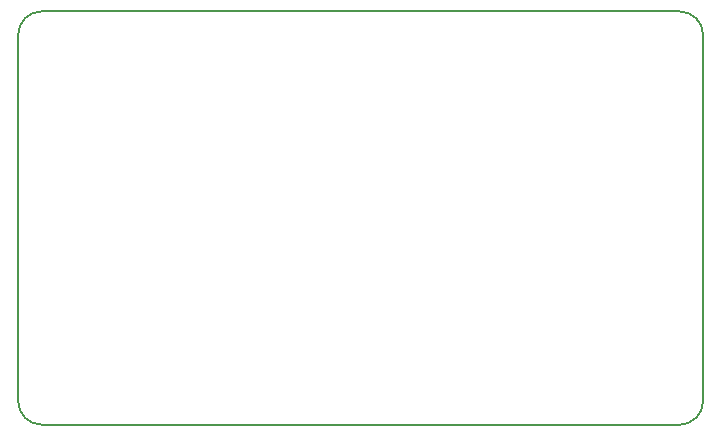
<source format=gm1>
G04 #@! TF.FileFunction,Profile,NP*
%FSLAX46Y46*%
G04 Gerber Fmt 4.6, Leading zero omitted, Abs format (unit mm)*
G04 Created by KiCad (PCBNEW 4.0.1-stable) date 10/03/2016 22:19:41*
%MOMM*%
G01*
G04 APERTURE LIST*
%ADD10C,0.100000*%
%ADD11C,0.150000*%
G04 APERTURE END LIST*
D10*
D11*
X169000000Y-100000000D02*
G75*
G03X167000000Y-102000000I0J-2000000D01*
G01*
X167000000Y-133000000D02*
G75*
G03X169000000Y-135000000I2000000J0D01*
G01*
X223000000Y-135000000D02*
G75*
G03X225000000Y-133000000I0J2000000D01*
G01*
X225000000Y-102000000D02*
G75*
G03X223000000Y-100000000I-2000000J0D01*
G01*
X223000000Y-135000000D02*
X169000000Y-135000000D01*
X225000000Y-102000000D02*
X225000000Y-133000000D01*
X169000000Y-100000000D02*
X223000000Y-100000000D01*
X167000000Y-133000000D02*
X167000000Y-102000000D01*
M02*

</source>
